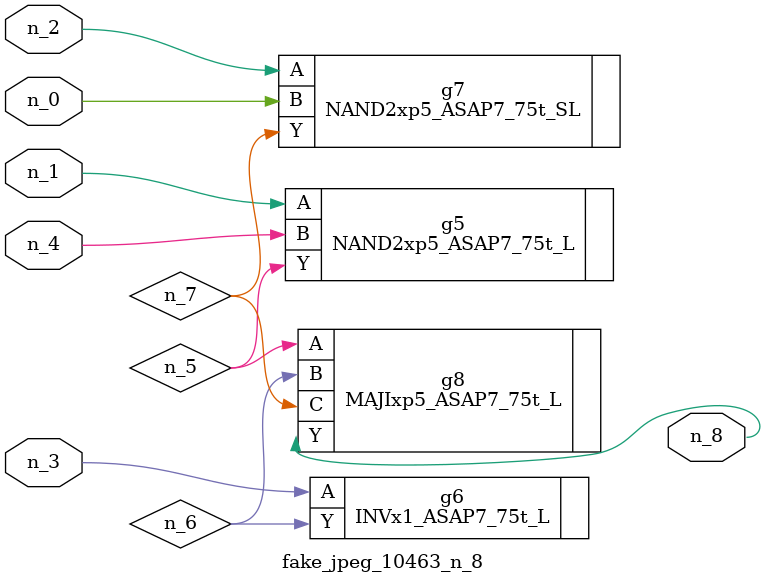
<source format=v>
module fake_jpeg_10463_n_8 (n_3, n_2, n_1, n_0, n_4, n_8);

input n_3;
input n_2;
input n_1;
input n_0;
input n_4;

output n_8;

wire n_6;
wire n_5;
wire n_7;

NAND2xp5_ASAP7_75t_L g5 ( 
.A(n_1),
.B(n_4),
.Y(n_5)
);

INVx1_ASAP7_75t_L g6 ( 
.A(n_3),
.Y(n_6)
);

NAND2xp5_ASAP7_75t_SL g7 ( 
.A(n_2),
.B(n_0),
.Y(n_7)
);

MAJIxp5_ASAP7_75t_L g8 ( 
.A(n_5),
.B(n_6),
.C(n_7),
.Y(n_8)
);


endmodule
</source>
